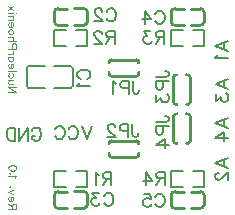
<source format=gbo>
G04 Layer: BottomSilkscreenLayer*
G04 EasyEDA v6.5.22, 2023-04-13 12:23:17*
G04 0788939dff5747a0b15857f30e1ef4ed,9a5be75d700b4a6385dc1106f27949ae,10*
G04 Gerber Generator version 0.2*
G04 Scale: 100 percent, Rotated: No, Reflected: No *
G04 Dimensions in millimeters *
G04 leading zeros omitted , absolute positions ,4 integer and 5 decimal *
%FSLAX45Y45*%
%MOMM*%

%ADD10C,0.1000*%
%ADD11C,0.1524*%
%ADD12C,0.2540*%

%LPD*%
D10*
X3169432Y6476987D02*
G01*
X3102612Y6476987D01*
X3169432Y6476987D02*
G01*
X3169432Y6505623D01*
X3166249Y6515168D01*
X3163067Y6518351D01*
X3156704Y6521533D01*
X3150339Y6521533D01*
X3143976Y6518351D01*
X3140793Y6515168D01*
X3137613Y6505623D01*
X3137613Y6476987D01*
X3137613Y6499260D02*
G01*
X3102612Y6521533D01*
X3128068Y6542531D02*
G01*
X3128068Y6580713D01*
X3134431Y6580713D01*
X3140793Y6577533D01*
X3143976Y6574350D01*
X3147159Y6567987D01*
X3147159Y6558442D01*
X3143976Y6552077D01*
X3137613Y6545714D01*
X3128068Y6542531D01*
X3121703Y6542531D01*
X3112157Y6545714D01*
X3105794Y6552077D01*
X3102612Y6558442D01*
X3102612Y6567987D01*
X3105794Y6574350D01*
X3112157Y6580713D01*
X3147159Y6601713D02*
G01*
X3102612Y6620804D01*
X3147159Y6639895D02*
G01*
X3102612Y6620804D01*
X3118523Y6664078D02*
G01*
X3115340Y6660895D01*
X3112157Y6664078D01*
X3115340Y6667258D01*
X3118523Y6664078D01*
X3156704Y6737258D02*
G01*
X3159884Y6743623D01*
X3169432Y6753169D01*
X3102612Y6753169D01*
X3118523Y6777349D02*
G01*
X3115340Y6774167D01*
X3112157Y6777349D01*
X3115340Y6780532D01*
X3118523Y6777349D01*
X3169432Y6820623D02*
G01*
X3166249Y6811078D01*
X3156704Y6804713D01*
X3140793Y6801533D01*
X3131248Y6801533D01*
X3115340Y6804713D01*
X3105794Y6811078D01*
X3102612Y6820623D01*
X3102612Y6826986D01*
X3105794Y6836531D01*
X3115340Y6842894D01*
X3131248Y6846077D01*
X3140793Y6846077D01*
X3156704Y6842894D01*
X3166249Y6836531D01*
X3169432Y6826986D01*
X3169432Y6820623D01*
X3169432Y7467584D02*
G01*
X3102612Y7467584D01*
X3169432Y7467584D02*
G01*
X3102612Y7512131D01*
X3169432Y7512131D02*
G01*
X3102612Y7512131D01*
X3147159Y7533129D02*
G01*
X3115340Y7533129D01*
X3105795Y7536312D01*
X3102612Y7542674D01*
X3102612Y7552220D01*
X3105795Y7558585D01*
X3115340Y7568130D01*
X3147159Y7568130D02*
G01*
X3102612Y7568130D01*
X3137613Y7627312D02*
G01*
X3143976Y7620947D01*
X3147159Y7614584D01*
X3147159Y7605039D01*
X3143976Y7598674D01*
X3137613Y7592311D01*
X3128068Y7589128D01*
X3121703Y7589128D01*
X3112157Y7592311D01*
X3105795Y7598674D01*
X3102612Y7605039D01*
X3102612Y7614584D01*
X3105795Y7620947D01*
X3112157Y7627312D01*
X3169432Y7648310D02*
G01*
X3102612Y7648310D01*
X3128068Y7669311D02*
G01*
X3128068Y7707492D01*
X3134431Y7707492D01*
X3140793Y7704312D01*
X3143976Y7701130D01*
X3147159Y7694764D01*
X3147159Y7685219D01*
X3143976Y7678856D01*
X3137613Y7672494D01*
X3128068Y7669311D01*
X3121703Y7669311D01*
X3112157Y7672494D01*
X3105795Y7678856D01*
X3102612Y7685219D01*
X3102612Y7694764D01*
X3105795Y7701130D01*
X3112157Y7707492D01*
X3147159Y7766674D02*
G01*
X3102612Y7766674D01*
X3137613Y7766674D02*
G01*
X3143976Y7760312D01*
X3147159Y7753946D01*
X3147159Y7744401D01*
X3143976Y7738038D01*
X3137613Y7731676D01*
X3128068Y7728493D01*
X3121703Y7728493D01*
X3112157Y7731676D01*
X3105795Y7738038D01*
X3102612Y7744401D01*
X3102612Y7753946D01*
X3105795Y7760312D01*
X3112157Y7766674D01*
X3147159Y7787675D02*
G01*
X3102612Y7787675D01*
X3128068Y7787675D02*
G01*
X3137613Y7790855D01*
X3143976Y7797220D01*
X3147159Y7803583D01*
X3147159Y7813128D01*
X3169432Y7834129D02*
G01*
X3102612Y7834129D01*
X3169432Y7834129D02*
G01*
X3169432Y7862765D01*
X3166249Y7872310D01*
X3163067Y7875493D01*
X3156704Y7878673D01*
X3147159Y7878673D01*
X3140793Y7875493D01*
X3137613Y7872310D01*
X3134431Y7862765D01*
X3134431Y7834129D01*
X3169432Y7899674D02*
G01*
X3102612Y7899674D01*
X3134431Y7899674D02*
G01*
X3143976Y7909219D01*
X3147159Y7915584D01*
X3147159Y7925130D01*
X3143976Y7931492D01*
X3134431Y7934675D01*
X3102612Y7934675D01*
X3147159Y7971584D02*
G01*
X3143976Y7965219D01*
X3137613Y7958856D01*
X3128068Y7955673D01*
X3121703Y7955673D01*
X3112157Y7958856D01*
X3105795Y7965219D01*
X3102612Y7971584D01*
X3102612Y7981129D01*
X3105795Y7987492D01*
X3112157Y7993857D01*
X3121703Y7997037D01*
X3128068Y7997037D01*
X3137613Y7993857D01*
X3143976Y7987492D01*
X3147159Y7981129D01*
X3147159Y7971584D01*
X3128068Y8018038D02*
G01*
X3128068Y8056219D01*
X3134431Y8056219D01*
X3140793Y8053036D01*
X3143976Y8049856D01*
X3147159Y8043491D01*
X3147159Y8033946D01*
X3143976Y8027583D01*
X3137613Y8021220D01*
X3128068Y8018038D01*
X3121703Y8018038D01*
X3112157Y8021220D01*
X3105795Y8027583D01*
X3102612Y8033946D01*
X3102612Y8043491D01*
X3105795Y8049856D01*
X3112157Y8056219D01*
X3147159Y8077220D02*
G01*
X3102612Y8077220D01*
X3134431Y8077220D02*
G01*
X3143976Y8086765D01*
X3147159Y8093128D01*
X3147159Y8102673D01*
X3143976Y8109038D01*
X3134431Y8112218D01*
X3102612Y8112218D01*
X3169432Y8133219D02*
G01*
X3166249Y8136402D01*
X3169432Y8139582D01*
X3172612Y8136402D01*
X3169432Y8133219D01*
X3147159Y8136402D02*
G01*
X3102612Y8136402D01*
X3147159Y8160583D02*
G01*
X3102612Y8195584D01*
X3147159Y8195584D02*
G01*
X3102612Y8160583D01*
D11*
X4855631Y7858963D02*
G01*
X4964597Y7900619D01*
X4855631Y7858963D02*
G01*
X4964597Y7817561D01*
X4928275Y7885125D02*
G01*
X4928275Y7833055D01*
X4876459Y7783271D02*
G01*
X4871125Y7772857D01*
X4855631Y7757109D01*
X4964597Y7757109D01*
X4857661Y6866331D02*
G01*
X4966627Y6907987D01*
X4857661Y6866331D02*
G01*
X4966627Y6824929D01*
X4930305Y6892493D02*
G01*
X4930305Y6840423D01*
X4883569Y6785305D02*
G01*
X4878489Y6785305D01*
X4868075Y6780225D01*
X4862741Y6774891D01*
X4857661Y6764477D01*
X4857661Y6743903D01*
X4862741Y6733489D01*
X4868075Y6728155D01*
X4878489Y6723075D01*
X4888903Y6723075D01*
X4899317Y6728155D01*
X4914811Y6738569D01*
X4966627Y6790639D01*
X4966627Y6717741D01*
X4858849Y7533761D02*
G01*
X4967815Y7575417D01*
X4858849Y7533761D02*
G01*
X4967815Y7492359D01*
X4931493Y7559923D02*
G01*
X4931493Y7507853D01*
X4858849Y7447655D02*
G01*
X4858849Y7390505D01*
X4900505Y7421747D01*
X4900505Y7405999D01*
X4905585Y7395585D01*
X4910665Y7390505D01*
X4926413Y7385171D01*
X4936827Y7385171D01*
X4952321Y7390505D01*
X4962735Y7400919D01*
X4967815Y7416413D01*
X4967815Y7431907D01*
X4962735Y7447655D01*
X4957655Y7452735D01*
X4947241Y7458069D01*
X4856309Y7206101D02*
G01*
X4965275Y7247757D01*
X4856309Y7206101D02*
G01*
X4965275Y7164699D01*
X4928953Y7232263D02*
G01*
X4928953Y7180193D01*
X4856309Y7078339D02*
G01*
X4928953Y7130409D01*
X4928953Y7052431D01*
X4856309Y7078339D02*
G01*
X4965275Y7078339D01*
X3715291Y7578587D02*
G01*
X3704877Y7583921D01*
X3694463Y7594335D01*
X3689383Y7604495D01*
X3689383Y7625323D01*
X3694463Y7635737D01*
X3704877Y7646151D01*
X3715291Y7651485D01*
X3731039Y7656565D01*
X3756947Y7656565D01*
X3772441Y7651485D01*
X3782855Y7646151D01*
X3793269Y7635737D01*
X3798349Y7625323D01*
X3798349Y7604495D01*
X3793269Y7594335D01*
X3782855Y7583921D01*
X3772441Y7578587D01*
X3710211Y7544297D02*
G01*
X3704877Y7533883D01*
X3689383Y7518389D01*
X3798349Y7518389D01*
X3936344Y8148236D02*
G01*
X3941678Y8158650D01*
X3952092Y8169064D01*
X3962252Y8174144D01*
X3983080Y8174144D01*
X3993494Y8169064D01*
X4003908Y8158650D01*
X4009242Y8148236D01*
X4014322Y8132488D01*
X4014322Y8106580D01*
X4009242Y8091086D01*
X4003908Y8080672D01*
X3993494Y8070258D01*
X3983080Y8065178D01*
X3962252Y8065178D01*
X3952092Y8070258D01*
X3941678Y8080672D01*
X3936344Y8091086D01*
X3896974Y8148236D02*
G01*
X3896974Y8153316D01*
X3891640Y8163730D01*
X3886560Y8169064D01*
X3876146Y8174144D01*
X3855318Y8174144D01*
X3844904Y8169064D01*
X3839824Y8163730D01*
X3834490Y8153316D01*
X3834490Y8142902D01*
X3839824Y8132488D01*
X3850238Y8116994D01*
X3902054Y8065178D01*
X3829410Y8065178D01*
X3913309Y6587474D02*
G01*
X3918643Y6597888D01*
X3929057Y6608302D01*
X3939217Y6613382D01*
X3960045Y6613382D01*
X3970459Y6608302D01*
X3980873Y6597888D01*
X3986207Y6587474D01*
X3991287Y6571726D01*
X3991287Y6545818D01*
X3986207Y6530324D01*
X3980873Y6519910D01*
X3970459Y6509496D01*
X3960045Y6504416D01*
X3939217Y6504416D01*
X3929057Y6509496D01*
X3918643Y6519910D01*
X3913309Y6530324D01*
X3868605Y6613382D02*
G01*
X3811455Y6613382D01*
X3842697Y6571726D01*
X3827203Y6571726D01*
X3816789Y6566646D01*
X3811455Y6561566D01*
X3806375Y6545818D01*
X3806375Y6535404D01*
X3811455Y6519910D01*
X3821869Y6509496D01*
X3837617Y6504416D01*
X3853111Y6504416D01*
X3868605Y6509496D01*
X3873939Y6514576D01*
X3879019Y6524990D01*
X4348198Y8129282D02*
G01*
X4353532Y8139696D01*
X4363946Y8150110D01*
X4374106Y8155190D01*
X4394934Y8155190D01*
X4405348Y8150110D01*
X4415762Y8139696D01*
X4421096Y8129282D01*
X4426176Y8113534D01*
X4426176Y8087626D01*
X4421096Y8072132D01*
X4415762Y8061718D01*
X4405348Y8051304D01*
X4394934Y8046224D01*
X4374106Y8046224D01*
X4363946Y8051304D01*
X4353532Y8061718D01*
X4348198Y8072132D01*
X4262092Y8155190D02*
G01*
X4313908Y8082546D01*
X4235930Y8082546D01*
X4262092Y8155190D02*
G01*
X4262092Y8046224D01*
X4349866Y6578757D02*
G01*
X4355200Y6589171D01*
X4365614Y6599585D01*
X4375774Y6604665D01*
X4396602Y6604665D01*
X4407016Y6599585D01*
X4417430Y6589171D01*
X4422764Y6578757D01*
X4427844Y6563009D01*
X4427844Y6537101D01*
X4422764Y6521607D01*
X4417430Y6511193D01*
X4407016Y6500779D01*
X4396602Y6495699D01*
X4375774Y6495699D01*
X4365614Y6500779D01*
X4355200Y6511193D01*
X4349866Y6521607D01*
X4253346Y6604665D02*
G01*
X4305162Y6604665D01*
X4310496Y6557929D01*
X4305162Y6563009D01*
X4289668Y6568343D01*
X4274174Y6568343D01*
X4258426Y6563009D01*
X4248012Y6552849D01*
X4242932Y6537101D01*
X4242932Y6526687D01*
X4248012Y6511193D01*
X4258426Y6500779D01*
X4274174Y6495699D01*
X4289668Y6495699D01*
X4305162Y6500779D01*
X4310496Y6505859D01*
X4315576Y6516273D01*
X3302515Y7139256D02*
G01*
X3307849Y7149670D01*
X3318263Y7160084D01*
X3328423Y7165164D01*
X3349251Y7165164D01*
X3359665Y7160084D01*
X3370079Y7149670D01*
X3375413Y7139256D01*
X3380493Y7123508D01*
X3380493Y7097600D01*
X3375413Y7082106D01*
X3370079Y7071692D01*
X3359665Y7061278D01*
X3349251Y7056198D01*
X3328423Y7056198D01*
X3318263Y7061278D01*
X3307849Y7071692D01*
X3302515Y7082106D01*
X3302515Y7097600D01*
X3328423Y7097600D02*
G01*
X3302515Y7097600D01*
X3268225Y7165164D02*
G01*
X3268225Y7056198D01*
X3268225Y7165164D02*
G01*
X3195581Y7056198D01*
X3195581Y7165164D02*
G01*
X3195581Y7056198D01*
X3161291Y7165164D02*
G01*
X3161291Y7056198D01*
X3161291Y7165164D02*
G01*
X3124969Y7165164D01*
X3109221Y7160084D01*
X3098807Y7149670D01*
X3093727Y7139256D01*
X3088393Y7123508D01*
X3088393Y7097600D01*
X3093727Y7082106D01*
X3098807Y7071692D01*
X3109221Y7061278D01*
X3124969Y7056198D01*
X3161291Y7056198D01*
X4158388Y7558504D02*
G01*
X4158388Y7475446D01*
X4163722Y7459698D01*
X4168802Y7454618D01*
X4179216Y7449538D01*
X4189630Y7449538D01*
X4200044Y7454618D01*
X4205378Y7459698D01*
X4210458Y7475446D01*
X4210458Y7485860D01*
X4124098Y7558504D02*
G01*
X4124098Y7449538D01*
X4124098Y7558504D02*
G01*
X4077362Y7558504D01*
X4061868Y7553424D01*
X4056788Y7548090D01*
X4051454Y7537676D01*
X4051454Y7522182D01*
X4056788Y7511768D01*
X4061868Y7506688D01*
X4077362Y7501354D01*
X4124098Y7501354D01*
X4017164Y7537676D02*
G01*
X4006750Y7543010D01*
X3991256Y7558504D01*
X3991256Y7449538D01*
X4153187Y7195858D02*
G01*
X4153187Y7112800D01*
X4158521Y7097052D01*
X4163601Y7091972D01*
X4174015Y7086892D01*
X4184429Y7086892D01*
X4194843Y7091972D01*
X4200177Y7097052D01*
X4205257Y7112800D01*
X4205257Y7123214D01*
X4118897Y7195858D02*
G01*
X4118897Y7086892D01*
X4118897Y7195858D02*
G01*
X4072161Y7195858D01*
X4056667Y7190778D01*
X4051587Y7185444D01*
X4046253Y7175030D01*
X4046253Y7159536D01*
X4051587Y7149122D01*
X4056667Y7144042D01*
X4072161Y7138708D01*
X4118897Y7138708D01*
X4006883Y7169950D02*
G01*
X4006883Y7175030D01*
X4001549Y7185444D01*
X3996469Y7190778D01*
X3986055Y7195858D01*
X3965227Y7195858D01*
X3954813Y7190778D01*
X3949733Y7185444D01*
X3944399Y7175030D01*
X3944399Y7164616D01*
X3949733Y7154202D01*
X3960147Y7138708D01*
X4011963Y7086892D01*
X3939319Y7086892D01*
X4355073Y7593314D02*
G01*
X4438131Y7593314D01*
X4453879Y7598648D01*
X4458959Y7603728D01*
X4464039Y7614142D01*
X4464039Y7624556D01*
X4458959Y7634970D01*
X4453879Y7640304D01*
X4438131Y7645384D01*
X4427717Y7645384D01*
X4355073Y7559024D02*
G01*
X4464039Y7559024D01*
X4355073Y7559024D02*
G01*
X4355073Y7512288D01*
X4360153Y7496794D01*
X4365487Y7491714D01*
X4375901Y7486380D01*
X4391395Y7486380D01*
X4401809Y7491714D01*
X4406889Y7496794D01*
X4412223Y7512288D01*
X4412223Y7559024D01*
X4355073Y7441676D02*
G01*
X4355073Y7384526D01*
X4396729Y7415768D01*
X4396729Y7400274D01*
X4401809Y7389860D01*
X4406889Y7384526D01*
X4422637Y7379446D01*
X4433051Y7379446D01*
X4448545Y7384526D01*
X4458959Y7394940D01*
X4464039Y7410434D01*
X4464039Y7426182D01*
X4458959Y7441676D01*
X4453879Y7447010D01*
X4443465Y7452090D01*
X4355073Y7212314D02*
G01*
X4438131Y7212314D01*
X4453879Y7217648D01*
X4458959Y7222728D01*
X4464039Y7233142D01*
X4464039Y7243556D01*
X4458959Y7253970D01*
X4453879Y7259304D01*
X4438131Y7264384D01*
X4427717Y7264384D01*
X4355073Y7178024D02*
G01*
X4464039Y7178024D01*
X4355073Y7178024D02*
G01*
X4355073Y7131288D01*
X4360153Y7115794D01*
X4365487Y7110714D01*
X4375901Y7105380D01*
X4391395Y7105380D01*
X4401809Y7110714D01*
X4406889Y7115794D01*
X4412223Y7131288D01*
X4412223Y7178024D01*
X4355073Y7019274D02*
G01*
X4427717Y7071090D01*
X4427717Y6993112D01*
X4355073Y7019274D02*
G01*
X4464039Y7019274D01*
X3975239Y6786168D02*
G01*
X3975239Y6677202D01*
X3975239Y6786168D02*
G01*
X3928503Y6786168D01*
X3913009Y6781088D01*
X3907675Y6775754D01*
X3902595Y6765340D01*
X3902595Y6754926D01*
X3907675Y6744512D01*
X3913009Y6739432D01*
X3928503Y6734352D01*
X3975239Y6734352D01*
X3938917Y6734352D02*
G01*
X3902595Y6677202D01*
X3868305Y6765340D02*
G01*
X3857891Y6770674D01*
X3842143Y6786168D01*
X3842143Y6677202D01*
X4005044Y7983435D02*
G01*
X4005044Y7874469D01*
X4005044Y7983435D02*
G01*
X3958308Y7983435D01*
X3942814Y7978355D01*
X3937480Y7973021D01*
X3932400Y7962607D01*
X3932400Y7952193D01*
X3937480Y7941779D01*
X3942814Y7936699D01*
X3958308Y7931619D01*
X4005044Y7931619D01*
X3968722Y7931619D02*
G01*
X3932400Y7874469D01*
X3892776Y7957527D02*
G01*
X3892776Y7962607D01*
X3887696Y7973021D01*
X3882362Y7978355D01*
X3871948Y7983435D01*
X3851374Y7983435D01*
X3840960Y7978355D01*
X3835626Y7973021D01*
X3830546Y7962607D01*
X3830546Y7952193D01*
X3835626Y7941779D01*
X3846040Y7926285D01*
X3898110Y7874469D01*
X3825212Y7874469D01*
X4423928Y7983286D02*
G01*
X4423928Y7874320D01*
X4423928Y7983286D02*
G01*
X4377192Y7983286D01*
X4361698Y7978206D01*
X4356364Y7972872D01*
X4351284Y7962458D01*
X4351284Y7952044D01*
X4356364Y7941630D01*
X4361698Y7936550D01*
X4377192Y7931470D01*
X4423928Y7931470D01*
X4387606Y7931470D02*
G01*
X4351284Y7874320D01*
X4306580Y7983286D02*
G01*
X4249430Y7983286D01*
X4280418Y7941630D01*
X4264924Y7941630D01*
X4254510Y7936550D01*
X4249430Y7931470D01*
X4244096Y7915722D01*
X4244096Y7905308D01*
X4249430Y7889814D01*
X4259844Y7879400D01*
X4275338Y7874320D01*
X4290832Y7874320D01*
X4306580Y7879400D01*
X4311660Y7884480D01*
X4316994Y7894894D01*
X4429008Y6789483D02*
G01*
X4429008Y6680517D01*
X4429008Y6789483D02*
G01*
X4382272Y6789483D01*
X4366778Y6784403D01*
X4361444Y6779069D01*
X4356364Y6768655D01*
X4356364Y6758241D01*
X4361444Y6747827D01*
X4366778Y6742747D01*
X4382272Y6737667D01*
X4429008Y6737667D01*
X4392686Y6737667D02*
G01*
X4356364Y6680517D01*
X4270004Y6789483D02*
G01*
X4322074Y6716839D01*
X4244096Y6716839D01*
X4270004Y6789483D02*
G01*
X4270004Y6680517D01*
X3809992Y7176500D02*
G01*
X3768336Y7067534D01*
X3726934Y7176500D02*
G01*
X3768336Y7067534D01*
X3614666Y7150592D02*
G01*
X3619746Y7161006D01*
X3630160Y7171420D01*
X3640574Y7176500D01*
X3661402Y7176500D01*
X3671816Y7171420D01*
X3682230Y7161006D01*
X3687310Y7150592D01*
X3692644Y7134844D01*
X3692644Y7108936D01*
X3687310Y7093442D01*
X3682230Y7083028D01*
X3671816Y7072614D01*
X3661402Y7067534D01*
X3640574Y7067534D01*
X3630160Y7072614D01*
X3619746Y7083028D01*
X3614666Y7093442D01*
X3502398Y7150592D02*
G01*
X3507732Y7161006D01*
X3517892Y7171420D01*
X3528306Y7176500D01*
X3549134Y7176500D01*
X3559548Y7171420D01*
X3569962Y7161006D01*
X3575042Y7150592D01*
X3580376Y7134844D01*
X3580376Y7108936D01*
X3575042Y7093442D01*
X3569962Y7083028D01*
X3559548Y7072614D01*
X3549134Y7067534D01*
X3528306Y7067534D01*
X3517892Y7072614D01*
X3507732Y7083028D01*
X3502398Y7093442D01*
X3635512Y7504224D02*
G01*
X3494511Y7504224D01*
X3494511Y7684945D02*
G01*
X3635512Y7684945D01*
X3650752Y7669705D02*
G01*
X3650752Y7519464D01*
X3273272Y7504224D02*
G01*
X3414273Y7504224D01*
X3414273Y7684945D02*
G01*
X3273272Y7684945D01*
X3258032Y7669705D02*
G01*
X3258032Y7519464D01*
D12*
X3493190Y8142561D02*
G01*
X3493190Y8062559D01*
X3604166Y8173547D02*
G01*
X3524168Y8173547D01*
X3604166Y8031581D02*
G01*
X3524168Y8031581D01*
X3661755Y8174128D02*
G01*
X3741755Y8174128D01*
X3772738Y8143146D02*
G01*
X3772738Y8063148D01*
X3661755Y8032168D02*
G01*
X3741755Y8032168D01*
X3493190Y6593164D02*
G01*
X3493190Y6513161D01*
X3604166Y6624149D02*
G01*
X3524168Y6624149D01*
X3604166Y6482184D02*
G01*
X3524168Y6482184D01*
X3661755Y6624731D02*
G01*
X3741755Y6624731D01*
X3772738Y6593748D02*
G01*
X3772738Y6513751D01*
X3661755Y6482770D02*
G01*
X3741755Y6482770D01*
X4761791Y8062607D02*
G01*
X4761791Y8142610D01*
X4650816Y8031622D02*
G01*
X4730813Y8031622D01*
X4650816Y8173587D02*
G01*
X4730813Y8173587D01*
X4593226Y8031040D02*
G01*
X4513226Y8031040D01*
X4482244Y8062023D02*
G01*
X4482244Y8142020D01*
X4593226Y8173001D02*
G01*
X4513226Y8173001D01*
X4761791Y6513210D02*
G01*
X4761791Y6593212D01*
X4650816Y6482224D02*
G01*
X4730813Y6482224D01*
X4650816Y6624190D02*
G01*
X4730813Y6624190D01*
X4593226Y6481643D02*
G01*
X4513226Y6481643D01*
X4482244Y6512626D02*
G01*
X4482244Y6592623D01*
X4593226Y6623603D02*
G01*
X4513226Y6623603D01*
X4188452Y7741904D02*
G01*
X3977312Y7741904D01*
X3977312Y7600144D02*
G01*
X4188363Y7600144D01*
X4188452Y7056107D02*
G01*
X3977312Y7056107D01*
X3977312Y6914347D02*
G01*
X4188363Y6914347D01*
X4500869Y7592044D02*
G01*
X4500869Y7380904D01*
X4642629Y7380904D02*
G01*
X4642629Y7591955D01*
X4643120Y7051039D02*
G01*
X4643120Y7262180D01*
X4501360Y7262180D02*
G01*
X4501360Y7051128D01*
D11*
X3589571Y6664926D02*
G01*
X3493683Y6664926D01*
X3493683Y6797047D01*
X3589571Y6797047D01*
X3674813Y6664926D02*
G01*
X3770701Y6664926D01*
X3770701Y6797047D01*
X3674813Y6797047D01*
X3589571Y7858724D02*
G01*
X3493683Y7858724D01*
X3493683Y7990845D01*
X3589571Y7990845D01*
X3674813Y7858724D02*
G01*
X3770701Y7858724D01*
X3770701Y7990845D01*
X3674813Y7990845D01*
X4665411Y7990845D02*
G01*
X4761298Y7990845D01*
X4761298Y7858724D01*
X4665411Y7858724D01*
X4580168Y7990845D02*
G01*
X4484281Y7990845D01*
X4484281Y7858724D01*
X4580168Y7858724D01*
X4665411Y6797047D02*
G01*
X4761298Y6797047D01*
X4761298Y6664926D01*
X4665411Y6664926D01*
X4580168Y6797047D02*
G01*
X4484281Y6797047D01*
X4484281Y6664926D01*
X4580168Y6664926D01*
G75*
G01*
X3635512Y7684945D02*
G02*
X3650752Y7669705I0J-15240D01*
G75*
G01*
X3650752Y7519464D02*
G02*
X3635512Y7504224I-15240J0D01*
G75*
G01*
X3273273Y7684945D02*
G03*
X3258033Y7669705I0J-15240D01*
G75*
G01*
X3258033Y7519464D02*
G03*
X3273273Y7504224I15240J0D01*
D12*
G75*
G01*
X3772743Y8143146D02*
G03*
X3741760Y8174129I-30983J0D01*
G75*
G01*
X3741760Y8032163D02*
G03*
X3772743Y8063149I0J30983D01*
G75*
G01*
X3524174Y8173547D02*
G03*
X3493191Y8142562I0J-30983D01*
G75*
G01*
X3493191Y8062565D02*
G03*
X3524174Y8031582I30983J0D01*
G75*
G01*
X3772743Y6593749D02*
G03*
X3741760Y6624731I-30983J0D01*
G75*
G01*
X3741760Y6482766D02*
G03*
X3772743Y6513751I0J30983D01*
G75*
G01*
X3524174Y6624150D02*
G03*
X3493191Y6593164I0J-30983D01*
G75*
G01*
X3493191Y6513167D02*
G03*
X3524174Y6482184I30983J0D01*
G75*
G01*
X4482239Y8062024D02*
G03*
X4513222Y8031041I30983J-1D01*
G75*
G01*
X4513222Y8173006D02*
G03*
X4482239Y8142021I0J-30983D01*
G75*
G01*
X4730808Y8031622D02*
G03*
X4761791Y8062608I0J30983D01*
G75*
G01*
X4761791Y8142605D02*
G03*
X4730808Y8173588I-30983J0D01*
G75*
G01*
X4482239Y6512626D02*
G03*
X4513222Y6481643I30983J0D01*
G75*
G01*
X4513222Y6623609D02*
G03*
X4482239Y6592623I0J-30983D01*
G75*
G01*
X4730808Y6482225D02*
G03*
X4761791Y6513210I0J30983D01*
G75*
G01*
X4761791Y6593208D02*
G03*
X4730808Y6624190I-30983J0D01*
G75*
G01*
X3957312Y7711425D02*
G02*
X3977312Y7741425I24990J5007D01*
G75*
G01*
X4188452Y7741905D02*
G02*
X4208452Y7711905I-4989J-24993D01*
G75*
G01*
X3957312Y7630145D02*
G03*
X3977312Y7600145I24990J-5007D01*
G75*
G01*
X4188363Y7599904D02*
G03*
X4208363Y7629903I-4980J24987D01*
G75*
G01*
X3957312Y7025627D02*
G02*
X3977312Y7055627I24990J5007D01*
G75*
G01*
X4188452Y7056107D02*
G02*
X4208452Y7026107I-4989J-24993D01*
G75*
G01*
X3957312Y6944347D02*
G03*
X3977312Y6914347I24990J-5007D01*
G75*
G01*
X4188363Y6914106D02*
G03*
X4208363Y6944106I-4980J24987D01*
G75*
G01*
X4531350Y7360905D02*
G02*
X4501350Y7380905I-5007J24989D01*
G75*
G01*
X4500870Y7592045D02*
G02*
X4530870Y7612045I24993J-4990D01*
G75*
G01*
X4612630Y7360905D02*
G03*
X4642630Y7380905I5007J24989D01*
G75*
G01*
X4642871Y7591956D02*
G03*
X4612871Y7611956I-24987J-4981D01*
G75*
G01*
X4612640Y7282180D02*
G02*
X4642640Y7262180I5007J-24990D01*
G75*
G01*
X4643120Y7051040D02*
G02*
X4613120Y7031040I-24993J4990D01*
G75*
G01*
X4531360Y7282180D02*
G03*
X4501360Y7262180I-5007J-24990D01*
G75*
G01*
X4501119Y7051129D02*
G03*
X4531119Y7031129I24987J4981D01*
M02*

</source>
